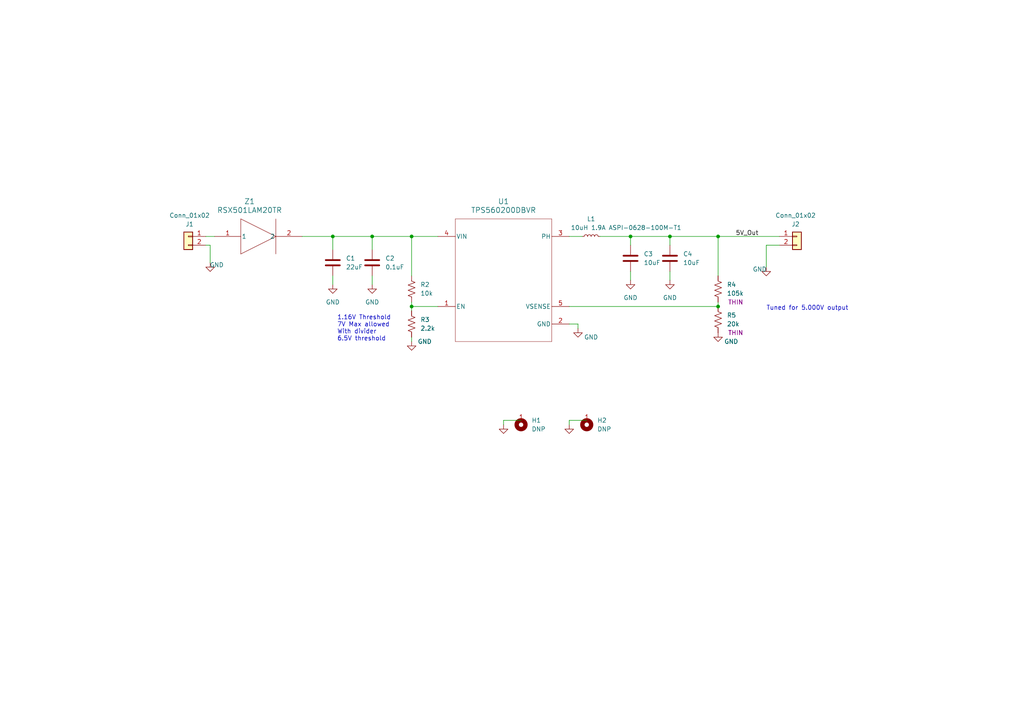
<source format=kicad_sch>
(kicad_sch (version 20230121) (generator eeschema)
  (paper "A4")
  (lib_symbols
    (symbol "2023-10-01_23-34-18:RSX501LAM20TR" (pin_names (offset 0.254))
      (property "Reference" "R56" (at 20.32 10.16 0))
      (property "Value" "RSX501LAM20TR" (at 20.32 7.62 0))
      (symbol "RSX501LAM20TR_0_1"
        (polyline (pts (xy 7.62 -5.08) (xy 17.78 0)) (stroke (width 0.127)))
        (polyline (pts (xy 7.62 5.08) (xy 7.62 -5.08)) (stroke (width 0.127)))
        (polyline (pts (xy 17.78 -5.08) (xy 17.78 5.08)) (stroke (width 0.127)))
        (polyline (pts (xy 17.78 0) (xy 7.62 5.08)) (stroke (width 0.127)))
        (pin unspecified line (at 0 0 0) (length 7.62) (name "1") (number "1"))
        (pin unspecified line (at 25.4 0 180) (length 7.62) (name "2") (number "2"))
      )
    )
    (symbol "2023-10-05_01-44-07:TPS560200DBVR" (pin_names (offset 0.254))
      (property "Reference" "U" (at 0 2.54 0))
      (property "Value" "TPS560200DBVR" (at 0 0 0))
      (symbol "TPS560200DBVR_0_1"
        (polyline (pts (xy -12.7 -17.78) (xy 15.24 -17.78)) (stroke (width 0.1016)))
        (polyline (pts (xy -12.7 17.78) (xy -12.7 -17.78)) (stroke (width 0.1016)))
        (polyline (pts (xy 15.24 -17.78) (xy 15.24 17.78)) (stroke (width 0.1016)))
        (polyline (pts (xy 15.24 17.78) (xy -12.7 17.78)) (stroke (width 0.1016)))
        (pin input line (at -17.78 -7.62 0) (length 5.08) (name "EN") (number "1"))
        (pin power_in line (at 20.32 -12.7 180) (length 5.08) (name "GND") (number "2"))
        (pin power_in line (at 20.32 12.7 180) (length 5.08) (name "PH") (number "3"))
        (pin power_in line (at -17.78 12.7 0) (length 5.08) (name "VIN") (number "4"))
        (pin input line (at 20.32 -7.62 180) (length 5.08) (name "VSENSE") (number "5"))
      )
    )
    (symbol "4ms_Connector:Conn_01x02" (pin_names (offset 1.016) hide)
      (property "Reference" "J" (at 0 2.54 0))
      (property "Value" "Conn_01x02" (at 0 -5.08 0))
      (symbol "Conn_01x02_1_1"
        (rectangle (start -1.27 -2.413) (end 0 -2.667) (stroke (width 0.1524)))
        (rectangle (start -1.27 0.127) (end 0 -0.127) (stroke (width 0.1524)))
        (rectangle (start -1.27 1.27) (end 1.27 -3.81) (stroke (width 0.254)) (fill (type background)))
        (pin passive line (at -5.08 0 0) (length 3.81) (name "Pin_1") (number "1"))
        (pin passive line (at -5.08 -2.54 0) (length 3.81) (name "Pin_2") (number "2"))
      )
    )
    (symbol "Device:C" (pin_numbers hide) (pin_names (offset 0.254))
      (property "Reference" "C" (at 0.635 2.54 0))
      (property "Value" "C" (at 0.635 -2.54 0))
      (symbol "C_0_1"
        (polyline (pts (xy -2.032 -0.762) (xy 2.032 -0.762)) (stroke (width 0.508)))
        (polyline (pts (xy -2.032 0.762) (xy 2.032 0.762)) (stroke (width 0.508)))
      )
      (symbol "C_1_1"
        (pin passive line (at 0 3.81 270) (length 2.794) (name "~") (number "1"))
        (pin passive line (at 0 -3.81 90) (length 2.794) (name "~") (number "2"))
      )
    )
    (symbol "Device:L_Small" (pin_numbers hide) (pin_names (offset 0.254) hide)
      (property "Reference" "L" (at 0.762 1.016 0))
      (property "Value" "L_Small" (at 0.762 -1.016 0))
      (symbol "L_Small_0_1"
        (arc (start 0 -2.032) (mid 0.5058 -1.524) (end 0 -1.016))
        (arc (start 0 -1.016) (mid 0.5058 -0.508) (end 0 0))
        (arc (start 0 0) (mid 0.5058 0.508) (end 0 1.016))
        (arc (start 0 1.016) (mid 0.5058 1.524) (end 0 2.032))
      )
      (symbol "L_Small_1_1"
        (pin passive line (at 0 2.54 270) (length 0.508) (name "~") (number "1"))
        (pin passive line (at 0 -2.54 90) (length 0.508) (name "~") (number "2"))
      )
    )
    (symbol "Device:R_US" (pin_numbers hide) (pin_names (offset 0))
      (property "Reference" "R" (at 2.54 0 90))
      (property "Value" "R_US" (at -2.54 0 90))
      (symbol "R_US_0_1"
        (polyline (pts (xy 0 -2.286) (xy 0 -2.54)))
        (polyline (pts (xy 0 2.286) (xy 0 2.54)))
        (polyline (pts (xy 0 -0.762) (xy 1.016 -1.143) (xy 0 -1.524) (xy -1.016 -1.905) (xy 0 -2.286)))
        (polyline (pts (xy 0 0.762) (xy 1.016 0.381) (xy 0 0) (xy -1.016 -0.381) (xy 0 -0.762)))
        (polyline (pts (xy 0 2.286) (xy 1.016 1.905) (xy 0 1.524) (xy -1.016 1.143) (xy 0 0.762)))
      )
      (symbol "R_US_1_1"
        (pin passive line (at 0 3.81 270) (length 1.27) (name "~") (number "1"))
        (pin passive line (at 0 -3.81 90) (length 1.27) (name "~") (number "2"))
      )
    )
    (symbol "Mechanical:MountingHole" (pin_names (offset 1.016))
      (property "Reference" "H4" (at 3.048 1.27 0))
      (property "Value" "MountingHole" (at 3.048 -1.27 0))
      (symbol "MountingHole_0_1"
        (circle (center 0 0) (radius 1.27) (stroke (width 1.27)))
      )
      (symbol "MountingHole_1_1"
        (pin input line (at 0 1.27 0) (length 0.1) (name "") (number "1"))
      )
    )
    (symbol "power:GND" (power) (pin_names (offset 0))
      (property "Value" "GND" (at 0 -3.81 0))
      (symbol "GND_0_1"
        (polyline (pts (xy 0 0) (xy 0 -1.27) (xy 1.27 -1.27) (xy 0 -2.54) (xy -1.27 -1.27) (xy 0 -1.27)))
      )
      (symbol "GND_1_1"
        (pin power_in line (at 0 0 270) (length 0) hide (name "GND") (number "1"))
      )
    )
  )
  (junction (at 119.38 68.58))
  (junction (at 194.31 68.58))
  (junction (at 208.28 88.9))
  (junction (at 208.28 68.58))
  (junction (at 107.95 68.58))
  (junction (at 119.38 88.9))
  (junction (at 182.88 68.58))
  (junction (at 96.52 68.58))
  (wire (pts (xy 222.25 71.12) (xy 222.25 77.47)))
  (wire (pts (xy 194.31 68.58) (xy 194.31 71.12)))
  (wire (pts (xy 59.69 71.12) (xy 60.96 71.12)))
  (wire (pts (xy 59.69 68.58) (xy 62.23 68.58)))
  (wire (pts (xy 165.1 93.98) (xy 167.64 93.98)))
  (wire (pts (xy 119.38 68.58) (xy 127 68.58)))
  (wire (pts (xy 165.1 68.58) (xy 168.91 68.58)))
  (wire (pts (xy 107.95 68.58) (xy 107.95 72.39)))
  (wire (pts (xy 60.96 71.12) (xy 60.96 76.2)))
  (wire (pts (xy 87.63 68.58) (xy 96.52 68.58)))
  (wire (pts (xy 119.38 88.9) (xy 127 88.9)))
  (wire (pts (xy 165.1 123.19) (xy 165.1 121.92)))
  (wire (pts (xy 182.88 68.58) (xy 194.31 68.58)))
  (wire (pts (xy 182.88 68.58) (xy 182.88 71.12)))
  (wire (pts (xy 96.52 68.58) (xy 107.95 68.58)))
  (wire (pts (xy 208.28 68.58) (xy 194.31 68.58)))
  (wire (pts (xy 165.1 121.92) (xy 170.18 121.92)))
  (wire (pts (xy 96.52 80.01) (xy 96.52 82.55)))
  (wire (pts (xy 173.99 68.58) (xy 182.88 68.58)))
  (wire (pts (xy 107.95 80.01) (xy 107.95 82.55)))
  (wire (pts (xy 208.28 68.58) (xy 226.06 68.58)))
  (wire (pts (xy 182.88 78.74) (xy 182.88 81.28)))
  (wire (pts (xy 119.38 88.9) (xy 119.38 90.17)))
  (wire (pts (xy 119.38 99.06) (xy 119.38 97.79)))
  (wire (pts (xy 208.28 87.63) (xy 208.28 88.9)))
  (wire (pts (xy 194.31 78.74) (xy 194.31 81.28)))
  (wire (pts (xy 96.52 68.58) (xy 96.52 72.39)))
  (wire (pts (xy 146.05 121.92) (xy 151.13 121.92)))
  (wire (pts (xy 167.64 93.98) (xy 167.64 95.25)))
  (wire (pts (xy 107.95 68.58) (xy 119.38 68.58)))
  (wire (pts (xy 165.1 88.9) (xy 208.28 88.9)))
  (wire (pts (xy 119.38 87.63) (xy 119.38 88.9)))
  (wire (pts (xy 208.28 80.01) (xy 208.28 68.58)))
  (wire (pts (xy 119.38 68.58) (xy 119.38 80.01)))
  (wire (pts (xy 226.06 71.12) (xy 222.25 71.12)))
  (wire (pts (xy 146.05 123.19) (xy 146.05 121.92)))
  (text "1.16V Threshold\n7V Max allowed\nWith divider\n6.5V threshold" (at 97.79 99.06 0) (effects (font (size 1.27 1.27)) (justify left bottom)))
  (text "Tuned for 5.000V output" (at 222.25 90.17 0) (effects (font (size 1.27 1.27)) (justify left bottom)))
  (label "5V_Out" (at 213.36 68.58 0))
  (symbol (lib_id "4ms_Connector:Conn_01x02") (at 54.61 68.58 0) (mirror y) (unit 1)
    (property "Reference" "J1" (at 54.991 65.024 0))
    (property "Value" "Conn_01x02" (at 54.991 62.484 0))
    (property "Footprint" "1x2FemaleVertical:PinHeader_1x02_P2.54mm_VerticalFemale" (effects hide))
    (property "Specifications" "Pins_01x02, Header, Male Pins, 1*2, spacing 2.54mm, straight pin" (effects hide))
    (property "Manufacturer" "TAD" (effects hide))
    (property "Part Number" "1-0201FBV0T" (effects hide))
  )
  (symbol (lib_id "power:GND") (at 222.25 77.47 0) (mirror y) (unit 1)
    (property "Reference" "#PWR09" (effects hide))
    (property "Value" "GND" (at 220.345 78.105 0))
  )
  (symbol (lib_id "4ms_Connector:Conn_01x02") (at 231.14 68.58 0) (unit 1)
    (property "Reference" "J2" (at 230.759 65.024 0))
    (property "Value" "Conn_01x02" (at 230.759 62.484 0))
    (property "Footprint" "1x2FemaleVertical:PinHeader_1x02_P2.54mm_VerticalFemale" (effects hide))
    (property "Specifications" "Pins_01x02, Header, Male Pins, 1*2, spacing 2.54mm, straight pin" (effects hide))
    (property "Manufacturer" "TAD" (effects hide))
    (property "Part Number" "1-0201FBV0T" (effects hide))
  )
  (symbol (lib_id "power:GND") (at 107.95 82.55 0) (unit 1)
    (property "Reference" "#PWR03" (effects hide))
    (property "Value" "GND" (at 107.95 87.63 0))
  )
  (symbol (lib_id "2023-10-01_23-34-18:RSX501LAM20TR") (at 62.23 68.58 0) (unit 1)
    (property "Reference" "Z1" (at 72.39 58.42 0) (effects (font (size 1.524 1.524))))
    (property "Value" "RSX501LAM20TR" (at 72.39 60.96 0) (effects (font (size 1.524 1.524))))
    (property "Footprint" "DIO_RB050LAM_ROM" (effects hide))
    (property "Datasheet" "RSX501LAM20TR" (effects hide))
  )
  (symbol (lib_id "power:GND") (at 96.52 82.55 0) (unit 1)
    (property "Reference" "#PWR02" (effects hide))
    (property "Value" "GND" (at 96.52 87.63 0))
  )
  (symbol (lib_id "Device:C") (at 96.52 76.2 0) (unit 1)
    (property "Reference" "C1" (at 100.33 74.93 0) (effects (justify left)))
    (property "Value" "22uF" (at 100.33 77.47 0) (effects (justify left)))
    (property "Footprint" "Capacitor_SMD:C_1206_3216Metric" (effects hide))
    (property "Voltage" "25V" (effects hide))
    (property "Type" "X5R" (effects hide))
  )
  (symbol (lib_id "Device:R_US") (at 208.28 92.71 0) (unit 1)
    (property "Reference" "R5" (at 210.82 91.44 0) (effects (justify left)))
    (property "Value" "20k" (at 210.82 93.98 0) (effects (justify left)))
    (property "Footprint" "Resistor_SMD:R_0603_1608Metric" (effects hide))
    (property "Type" "THIN" (at 213.36 96.52 0))
  )
  (symbol (lib_id "power:GND") (at 60.96 76.2 0) (unit 1)
    (property "Reference" "#PWR01" (effects hide))
    (property "Value" "GND" (at 62.865 76.835 0))
  )
  (symbol (lib_id "Mechanical:MountingHole") (at 170.18 123.19 0) (unit 1)
    (property "Reference" "H2" (at 173.228 121.92 0) (effects (justify left)))
    (property "Value" "DNP" (at 173.228 124.46 0) (effects (justify left)))
    (property "Footprint" "MountingHole:MountingHole_3.2mm_M3_DIN965_Pad" (effects hide))
  )
  (symbol (lib_id "Device:R_US") (at 208.28 83.82 0) (unit 1)
    (property "Reference" "R4" (at 210.82 82.55 0) (effects (justify left)))
    (property "Value" "105k" (at 210.82 85.09 0) (effects (justify left)))
    (property "Footprint" "Resistor_SMD:R_0603_1608Metric" (effects hide))
    (property "Type" "THIN" (at 213.36 87.63 0))
  )
  (symbol (lib_id "power:GND") (at 165.1 123.19 0) (unit 1)
    (property "Reference" "#PWR011" (effects hide))
    (property "Value" "GND" (effects hide))
  )
  (symbol (lib_id "Mechanical:MountingHole") (at 151.13 123.19 0) (unit 1)
    (property "Reference" "H1" (at 154.178 121.92 0) (effects (justify left)))
    (property "Value" "DNP" (at 154.178 124.46 0) (effects (justify left)))
    (property "Footprint" "MountingHole:MountingHole_3.2mm_M3_DIN965_Pad" (effects hide))
  )
  (symbol (lib_id "power:GND") (at 208.28 96.52 0) (unit 1)
    (property "Reference" "#PWR08" (effects hide))
    (property "Value" "GND" (at 212.09 99.06 0))
  )
  (symbol (lib_id "power:GND") (at 167.64 95.25 0) (unit 1)
    (property "Reference" "#PWR05" (effects hide))
    (property "Value" "GND" (at 171.45 97.79 0))
  )
  (symbol (lib_id "Device:C") (at 194.31 74.93 0) (unit 1)
    (property "Reference" "C4" (at 198.12 73.66 0) (effects (justify left)))
    (property "Value" "10uF" (at 198.12 76.2 0) (effects (justify left)))
    (property "Footprint" "Capacitor_SMD:C_0603_1608Metric" (effects hide))
    (property "Voltage" "10V" (effects hide))
    (property "Type" "X5R" (effects hide))
  )
  (symbol (lib_id "Device:R_US") (at 119.38 93.98 0) (unit 1)
    (property "Reference" "R3" (at 121.92 92.71 0) (effects (justify left)))
    (property "Value" "2.2k" (at 121.92 95.25 0) (effects (justify left)))
    (property "Footprint" "Resistor_SMD:R_0603_1608Metric" (effects hide))
  )
  (symbol (lib_id "power:GND") (at 146.05 123.19 0) (unit 1)
    (property "Reference" "#PWR010" (effects hide))
    (property "Value" "GND" (effects hide))
  )
  (symbol (lib_id "Device:C") (at 107.95 76.2 0) (unit 1)
    (property "Reference" "C2" (at 111.76 74.93 0) (effects (justify left)))
    (property "Value" "0.1uF" (at 111.76 77.47 0) (effects (justify left)))
    (property "Footprint" "Capacitor_SMD:C_0603_1608Metric" (effects hide))
    (property "Voltage" "25V" (effects hide))
    (property "Type" "X5R" (effects hide))
  )
  (symbol (lib_id "power:GND") (at 182.88 81.28 0) (unit 1)
    (property "Reference" "#PWR06" (effects hide))
    (property "Value" "GND" (at 182.88 86.36 0))
  )
  (symbol (lib_id "Device:L_Small") (at 171.45 68.58 90) (unit 1)
    (property "Reference" "L1" (at 171.45 63.5 90))
    (property "Value" "10uH 1.9A ASPI-0628-100M-T1" (at 181.61 66.04 90))
    (property "Footprint" "10uFInductor:IND_SDCL1V4020-3R3M-R_EAT-M" (effects hide))
  )
  (symbol (lib_id "Device:R_US") (at 119.38 83.82 0) (unit 1)
    (property "Reference" "R2" (at 121.92 82.55 0) (effects (justify left)))
    (property "Value" "10k" (at 121.92 85.09 0) (effects (justify left)))
    (property "Footprint" "Resistor_SMD:R_0603_1608Metric" (effects hide))
  )
  (symbol (lib_id "2023-10-05_01-44-07:TPS560200DBVR") (at 144.78 81.28 0) (unit 1)
    (property "Reference" "U1" (at 146.05 58.42 0) (effects (font (size 1.524 1.524))))
    (property "Value" "TPS560200DBVR" (at 146.05 60.96 0) (effects (font (size 1.524 1.524))))
    (property "Footprint" "DBV0005A_N" (effects hide))
    (property "Datasheet" "TPS560200DBVR" (effects hide))
  )
  (symbol (lib_id "power:GND") (at 194.31 81.28 0) (unit 1)
    (property "Reference" "#PWR07" (effects hide))
    (property "Value" "GND" (at 194.31 86.36 0))
  )
  (symbol (lib_id "Device:C") (at 182.88 74.93 0) (unit 1)
    (property "Reference" "C3" (at 186.69 73.66 0) (effects (justify left)))
    (property "Value" "10uF" (at 186.69 76.2 0) (effects (justify left)))
    (property "Footprint" "Capacitor_SMD:C_0603_1608Metric" (effects hide))
    (property "Voltage" "10V" (effects hide))
    (property "Type" "X5R" (effects hide))
  )
  (symbol (lib_id "power:GND") (at 119.38 99.06 0) (unit 1)
    (property "Reference" "#PWR04" (effects hide))
    (property "Value" "GND" (at 123.19 99.06 0))
  )
)
</source>
